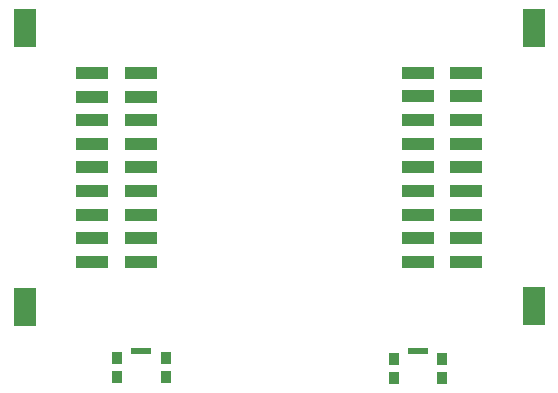
<source format=gbr>
%TF.GenerationSoftware,KiCad,Pcbnew,7.0.2*%
%TF.CreationDate,2023-12-17T17:40:19-05:00*%
%TF.ProjectId,AntSniffer,416e7453-6e69-4666-9665-722e6b696361,rev?*%
%TF.SameCoordinates,Original*%
%TF.FileFunction,Paste,Top*%
%TF.FilePolarity,Positive*%
%FSLAX46Y46*%
G04 Gerber Fmt 4.6, Leading zero omitted, Abs format (unit mm)*
G04 Created by KiCad (PCBNEW 7.0.2) date 2023-12-17 17:40:19*
%MOMM*%
%LPD*%
G01*
G04 APERTURE LIST*
%ADD10R,2.800000X1.100000*%
%ADD11R,1.900000X3.200000*%
%ADD12R,0.900000X1.000000*%
%ADD13R,1.700000X0.550000*%
G04 APERTURE END LIST*
D10*
%TO.C,CN1*%
X152577800Y-45580800D03*
X156687800Y-45580800D03*
X152577800Y-47580800D03*
X156687800Y-47580800D03*
X152577800Y-49580800D03*
X156687800Y-49580800D03*
X152577800Y-51580800D03*
X156687800Y-51580800D03*
X152577800Y-53580800D03*
X156687800Y-53580800D03*
X152577800Y-55580800D03*
X156687800Y-55580800D03*
X152577800Y-57580800D03*
X156687800Y-57580800D03*
X152577800Y-59580800D03*
X156687800Y-59580800D03*
X152577800Y-61580800D03*
X156687800Y-61580800D03*
D11*
X146827800Y-65360800D03*
X146827800Y-41800800D03*
%TD*%
D12*
%TO.C,S1*%
X158768000Y-69710400D03*
X158768000Y-71310400D03*
X154668000Y-71310400D03*
X154668000Y-69710400D03*
D13*
X156718000Y-69085400D03*
%TD*%
D12*
%TO.C,S2*%
X182212200Y-69785400D03*
X182212200Y-71385400D03*
X178112200Y-71385400D03*
X178112200Y-69785400D03*
D13*
X180162200Y-69160400D03*
%TD*%
D10*
%TO.C,CN2*%
X184222900Y-61568600D03*
X180112900Y-61568600D03*
X184222900Y-59568600D03*
X180112900Y-59568600D03*
X184222900Y-57568600D03*
X180112900Y-57568600D03*
X184222900Y-55568600D03*
X180112900Y-55568600D03*
X184222900Y-53568600D03*
X180112900Y-53568600D03*
X184222900Y-51568600D03*
X180112900Y-51568600D03*
X184222900Y-49568600D03*
X180112900Y-49568600D03*
X184222900Y-47568600D03*
X180112900Y-47568600D03*
X184222900Y-45568600D03*
X180112900Y-45568600D03*
D11*
X189972900Y-41788600D03*
X189972900Y-65348600D03*
%TD*%
M02*

</source>
